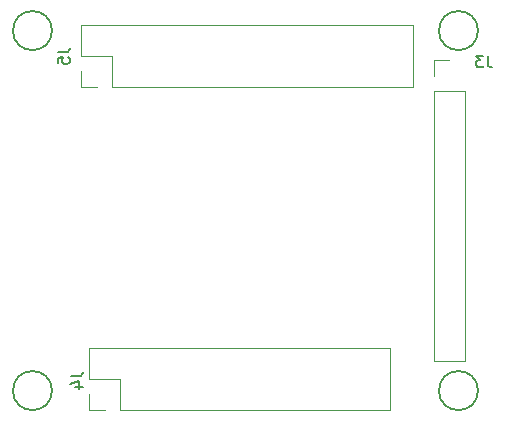
<source format=gbr>
%TF.GenerationSoftware,KiCad,Pcbnew,(6.0.7)*%
%TF.CreationDate,2022-09-29T10:24:13-07:00*%
%TF.ProjectId,sulu_ads1299,73756c75-5f61-4647-9331-3239392e6b69,rev?*%
%TF.SameCoordinates,Original*%
%TF.FileFunction,Legend,Bot*%
%TF.FilePolarity,Positive*%
%FSLAX46Y46*%
G04 Gerber Fmt 4.6, Leading zero omitted, Abs format (unit mm)*
G04 Created by KiCad (PCBNEW (6.0.7)) date 2022-09-29 10:24:13*
%MOMM*%
%LPD*%
G01*
G04 APERTURE LIST*
%ADD10C,0.150000*%
%ADD11C,0.120000*%
G04 APERTURE END LIST*
D10*
X116713000Y-84074000D02*
G75*
G03*
X116713000Y-84074000I-1651000J0D01*
G01*
X116713000Y-53594000D02*
G75*
G03*
X116713000Y-53594000I-1651000J0D01*
G01*
X80645000Y-53594000D02*
G75*
G03*
X80645000Y-53594000I-1651000J0D01*
G01*
X80645000Y-84074000D02*
G75*
G03*
X80645000Y-84074000I-1651000J0D01*
G01*
%TO.C,J3*%
X117554333Y-55713380D02*
X117554333Y-56427666D01*
X117601952Y-56570523D01*
X117697190Y-56665761D01*
X117840047Y-56713380D01*
X117935285Y-56713380D01*
X117173380Y-55713380D02*
X116554333Y-55713380D01*
X116887666Y-56094333D01*
X116744809Y-56094333D01*
X116649571Y-56141952D01*
X116601952Y-56189571D01*
X116554333Y-56284809D01*
X116554333Y-56522904D01*
X116601952Y-56618142D01*
X116649571Y-56665761D01*
X116744809Y-56713380D01*
X117030523Y-56713380D01*
X117125761Y-56665761D01*
X117173380Y-56618142D01*
%TO.C,J4*%
X82256380Y-82851666D02*
X82970666Y-82851666D01*
X83113523Y-82804047D01*
X83208761Y-82708809D01*
X83256380Y-82565952D01*
X83256380Y-82470714D01*
X82589714Y-83756428D02*
X83256380Y-83756428D01*
X82208761Y-83518333D02*
X82923047Y-83280238D01*
X82923047Y-83899285D01*
%TO.C,J5*%
X81137380Y-55419666D02*
X81851666Y-55419666D01*
X81994523Y-55372047D01*
X82089761Y-55276809D01*
X82137380Y-55133952D01*
X82137380Y-55038714D01*
X81137380Y-56372047D02*
X81137380Y-55895857D01*
X81613571Y-55848238D01*
X81565952Y-55895857D01*
X81518333Y-55991095D01*
X81518333Y-56229190D01*
X81565952Y-56324428D01*
X81613571Y-56372047D01*
X81708809Y-56419666D01*
X81946904Y-56419666D01*
X82042142Y-56372047D01*
X82089761Y-56324428D01*
X82137380Y-56229190D01*
X82137380Y-55991095D01*
X82089761Y-55895857D01*
X82042142Y-55848238D01*
D11*
%TO.C,J3*%
X115630000Y-58674000D02*
X112970000Y-58674000D01*
X115630000Y-81594000D02*
X112970000Y-81594000D01*
X112970000Y-56074000D02*
X112970000Y-57404000D01*
X115630000Y-58674000D02*
X115630000Y-81594000D01*
X112970000Y-58674000D02*
X112970000Y-81594000D01*
X114300000Y-56074000D02*
X112970000Y-56074000D01*
%TO.C,J4*%
X83790000Y-80478000D02*
X109310000Y-80478000D01*
X83790000Y-84348000D02*
X83790000Y-85678000D01*
X83790000Y-85678000D02*
X85120000Y-85678000D01*
X86390000Y-83078000D02*
X86390000Y-85678000D01*
X83790000Y-80478000D02*
X83790000Y-83078000D01*
X86390000Y-85678000D02*
X109310000Y-85678000D01*
X83790000Y-83078000D02*
X86390000Y-83078000D01*
X109310000Y-80478000D02*
X109310000Y-85678000D01*
%TO.C,J5*%
X83125000Y-53153000D02*
X111185000Y-53153000D01*
X85725000Y-58353000D02*
X111185000Y-58353000D01*
X85725000Y-55753000D02*
X85725000Y-58353000D01*
X83125000Y-57023000D02*
X83125000Y-58353000D01*
X83125000Y-53153000D02*
X83125000Y-55753000D01*
X83125000Y-58353000D02*
X84455000Y-58353000D01*
X111185000Y-53153000D02*
X111185000Y-58353000D01*
X83125000Y-55753000D02*
X85725000Y-55753000D01*
%TD*%
M02*

</source>
